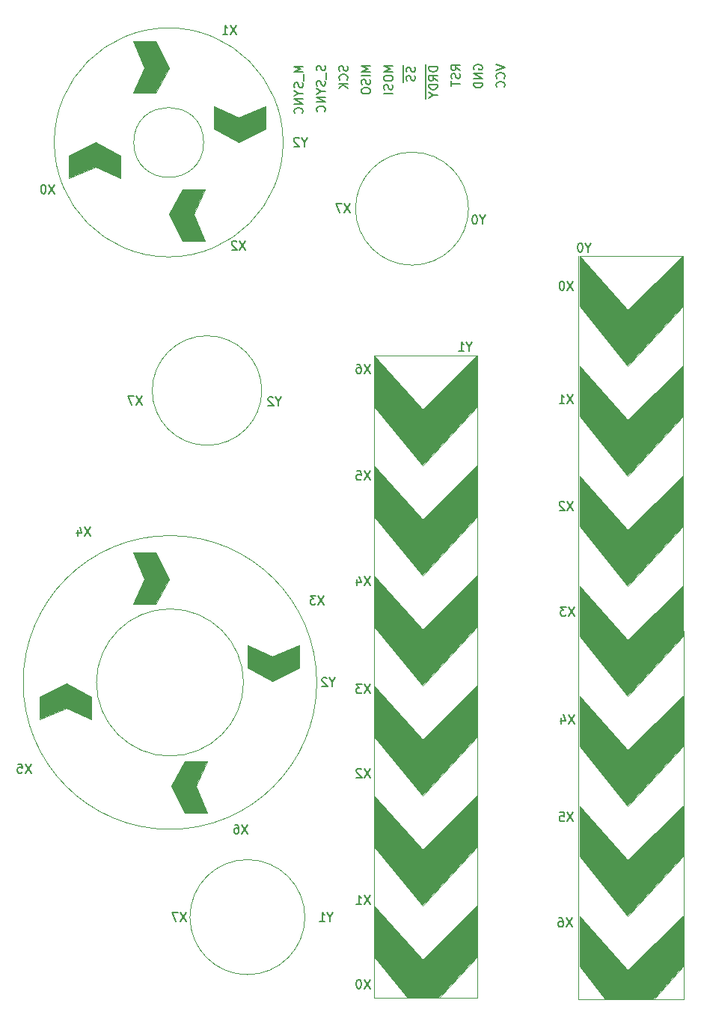
<source format=gbr>
G04 #@! TF.GenerationSoftware,KiCad,Pcbnew,(5.1.2-1)-1*
G04 #@! TF.CreationDate,2022-01-31T21:06:54-05:00*
G04 #@! TF.ProjectId,Capacitive_Touch_Breakout_Board_AT42QT1245-AU,43617061-6369-4746-9976-655f546f7563,rev?*
G04 #@! TF.SameCoordinates,Original*
G04 #@! TF.FileFunction,Legend,Bot*
G04 #@! TF.FilePolarity,Positive*
%FSLAX46Y46*%
G04 Gerber Fmt 4.6, Leading zero omitted, Abs format (unit mm)*
G04 Created by KiCad (PCBNEW (5.1.2-1)-1) date 2022-01-31 21:06:54*
%MOMM*%
%LPD*%
G04 APERTURE LIST*
%ADD10C,0.150000*%
%ADD11C,0.120000*%
%ADD12C,0.100000*%
G04 APERTURE END LIST*
D10*
X144954523Y-140549380D02*
X144287857Y-141549380D01*
X144287857Y-140549380D02*
X144954523Y-141549380D01*
X144002142Y-140549380D02*
X143335476Y-140549380D01*
X143764047Y-141549380D01*
X161258190Y-141073190D02*
X161258190Y-141549380D01*
X161591523Y-140549380D02*
X161258190Y-141073190D01*
X160924857Y-140549380D01*
X160067714Y-141549380D02*
X160639142Y-141549380D01*
X160353428Y-141549380D02*
X160353428Y-140549380D01*
X160448666Y-140692238D01*
X160543904Y-140787476D01*
X160639142Y-140835095D01*
X188642523Y-141184380D02*
X187975857Y-142184380D01*
X187975857Y-141184380D02*
X188642523Y-142184380D01*
X187166333Y-141184380D02*
X187356809Y-141184380D01*
X187452047Y-141232000D01*
X187499666Y-141279619D01*
X187594904Y-141422476D01*
X187642523Y-141612952D01*
X187642523Y-141993904D01*
X187594904Y-142089142D01*
X187547285Y-142136761D01*
X187452047Y-142184380D01*
X187261571Y-142184380D01*
X187166333Y-142136761D01*
X187118714Y-142089142D01*
X187071095Y-141993904D01*
X187071095Y-141755809D01*
X187118714Y-141660571D01*
X187166333Y-141612952D01*
X187261571Y-141565333D01*
X187452047Y-141565333D01*
X187547285Y-141612952D01*
X187594904Y-141660571D01*
X187642523Y-141755809D01*
X188769523Y-129246380D02*
X188102857Y-130246380D01*
X188102857Y-129246380D02*
X188769523Y-130246380D01*
X187245714Y-129246380D02*
X187721904Y-129246380D01*
X187769523Y-129722571D01*
X187721904Y-129674952D01*
X187626666Y-129627333D01*
X187388571Y-129627333D01*
X187293333Y-129674952D01*
X187245714Y-129722571D01*
X187198095Y-129817809D01*
X187198095Y-130055904D01*
X187245714Y-130151142D01*
X187293333Y-130198761D01*
X187388571Y-130246380D01*
X187626666Y-130246380D01*
X187721904Y-130198761D01*
X187769523Y-130151142D01*
X188896523Y-118197380D02*
X188229857Y-119197380D01*
X188229857Y-118197380D02*
X188896523Y-119197380D01*
X187420333Y-118530714D02*
X187420333Y-119197380D01*
X187658428Y-118149761D02*
X187896523Y-118864047D01*
X187277476Y-118864047D01*
X188896523Y-106005380D02*
X188229857Y-107005380D01*
X188229857Y-106005380D02*
X188896523Y-107005380D01*
X187944142Y-106005380D02*
X187325095Y-106005380D01*
X187658428Y-106386333D01*
X187515571Y-106386333D01*
X187420333Y-106433952D01*
X187372714Y-106481571D01*
X187325095Y-106576809D01*
X187325095Y-106814904D01*
X187372714Y-106910142D01*
X187420333Y-106957761D01*
X187515571Y-107005380D01*
X187801285Y-107005380D01*
X187896523Y-106957761D01*
X187944142Y-106910142D01*
X188769523Y-94067380D02*
X188102857Y-95067380D01*
X188102857Y-94067380D02*
X188769523Y-95067380D01*
X187769523Y-94162619D02*
X187721904Y-94115000D01*
X187626666Y-94067380D01*
X187388571Y-94067380D01*
X187293333Y-94115000D01*
X187245714Y-94162619D01*
X187198095Y-94257857D01*
X187198095Y-94353095D01*
X187245714Y-94495952D01*
X187817142Y-95067380D01*
X187198095Y-95067380D01*
X188769523Y-82002380D02*
X188102857Y-83002380D01*
X188102857Y-82002380D02*
X188769523Y-83002380D01*
X187198095Y-83002380D02*
X187769523Y-83002380D01*
X187483809Y-83002380D02*
X187483809Y-82002380D01*
X187579047Y-82145238D01*
X187674285Y-82240476D01*
X187769523Y-82288095D01*
X188769523Y-69175380D02*
X188102857Y-70175380D01*
X188102857Y-69175380D02*
X188769523Y-70175380D01*
X187531428Y-69175380D02*
X187436190Y-69175380D01*
X187340952Y-69223000D01*
X187293333Y-69270619D01*
X187245714Y-69365857D01*
X187198095Y-69556333D01*
X187198095Y-69794428D01*
X187245714Y-69984904D01*
X187293333Y-70080142D01*
X187340952Y-70127761D01*
X187436190Y-70175380D01*
X187531428Y-70175380D01*
X187626666Y-70127761D01*
X187674285Y-70080142D01*
X187721904Y-69984904D01*
X187769523Y-69794428D01*
X187769523Y-69556333D01*
X187721904Y-69365857D01*
X187674285Y-69270619D01*
X187626666Y-69223000D01*
X187531428Y-69175380D01*
X190468190Y-65381190D02*
X190468190Y-65857380D01*
X190801523Y-64857380D02*
X190468190Y-65381190D01*
X190134857Y-64857380D01*
X189611047Y-64857380D02*
X189515809Y-64857380D01*
X189420571Y-64905000D01*
X189372952Y-64952619D01*
X189325333Y-65047857D01*
X189277714Y-65238333D01*
X189277714Y-65476428D01*
X189325333Y-65666904D01*
X189372952Y-65762142D01*
X189420571Y-65809761D01*
X189515809Y-65857380D01*
X189611047Y-65857380D01*
X189706285Y-65809761D01*
X189753904Y-65762142D01*
X189801523Y-65666904D01*
X189849142Y-65476428D01*
X189849142Y-65238333D01*
X189801523Y-65047857D01*
X189753904Y-64952619D01*
X189706285Y-64905000D01*
X189611047Y-64857380D01*
X177006190Y-76557190D02*
X177006190Y-77033380D01*
X177339523Y-76033380D02*
X177006190Y-76557190D01*
X176672857Y-76033380D01*
X175815714Y-77033380D02*
X176387142Y-77033380D01*
X176101428Y-77033380D02*
X176101428Y-76033380D01*
X176196666Y-76176238D01*
X176291904Y-76271476D01*
X176387142Y-76319095D01*
X165782523Y-148169380D02*
X165115857Y-149169380D01*
X165115857Y-148169380D02*
X165782523Y-149169380D01*
X164544428Y-148169380D02*
X164449190Y-148169380D01*
X164353952Y-148217000D01*
X164306333Y-148264619D01*
X164258714Y-148359857D01*
X164211095Y-148550333D01*
X164211095Y-148788428D01*
X164258714Y-148978904D01*
X164306333Y-149074142D01*
X164353952Y-149121761D01*
X164449190Y-149169380D01*
X164544428Y-149169380D01*
X164639666Y-149121761D01*
X164687285Y-149074142D01*
X164734904Y-148978904D01*
X164782523Y-148788428D01*
X164782523Y-148550333D01*
X164734904Y-148359857D01*
X164687285Y-148264619D01*
X164639666Y-148217000D01*
X164544428Y-148169380D01*
X165782523Y-138644380D02*
X165115857Y-139644380D01*
X165115857Y-138644380D02*
X165782523Y-139644380D01*
X164211095Y-139644380D02*
X164782523Y-139644380D01*
X164496809Y-139644380D02*
X164496809Y-138644380D01*
X164592047Y-138787238D01*
X164687285Y-138882476D01*
X164782523Y-138930095D01*
X165782523Y-124293380D02*
X165115857Y-125293380D01*
X165115857Y-124293380D02*
X165782523Y-125293380D01*
X164782523Y-124388619D02*
X164734904Y-124341000D01*
X164639666Y-124293380D01*
X164401571Y-124293380D01*
X164306333Y-124341000D01*
X164258714Y-124388619D01*
X164211095Y-124483857D01*
X164211095Y-124579095D01*
X164258714Y-124721952D01*
X164830142Y-125293380D01*
X164211095Y-125293380D01*
X165782523Y-114768380D02*
X165115857Y-115768380D01*
X165115857Y-114768380D02*
X165782523Y-115768380D01*
X164830142Y-114768380D02*
X164211095Y-114768380D01*
X164544428Y-115149333D01*
X164401571Y-115149333D01*
X164306333Y-115196952D01*
X164258714Y-115244571D01*
X164211095Y-115339809D01*
X164211095Y-115577904D01*
X164258714Y-115673142D01*
X164306333Y-115720761D01*
X164401571Y-115768380D01*
X164687285Y-115768380D01*
X164782523Y-115720761D01*
X164830142Y-115673142D01*
X165782523Y-102576380D02*
X165115857Y-103576380D01*
X165115857Y-102576380D02*
X165782523Y-103576380D01*
X164306333Y-102909714D02*
X164306333Y-103576380D01*
X164544428Y-102528761D02*
X164782523Y-103243047D01*
X164163476Y-103243047D01*
X165782523Y-90638380D02*
X165115857Y-91638380D01*
X165115857Y-90638380D02*
X165782523Y-91638380D01*
X164258714Y-90638380D02*
X164734904Y-90638380D01*
X164782523Y-91114571D01*
X164734904Y-91066952D01*
X164639666Y-91019333D01*
X164401571Y-91019333D01*
X164306333Y-91066952D01*
X164258714Y-91114571D01*
X164211095Y-91209809D01*
X164211095Y-91447904D01*
X164258714Y-91543142D01*
X164306333Y-91590761D01*
X164401571Y-91638380D01*
X164639666Y-91638380D01*
X164734904Y-91590761D01*
X164782523Y-91543142D01*
X165782523Y-78573380D02*
X165115857Y-79573380D01*
X165115857Y-78573380D02*
X165782523Y-79573380D01*
X164306333Y-78573380D02*
X164496809Y-78573380D01*
X164592047Y-78621000D01*
X164639666Y-78668619D01*
X164734904Y-78811476D01*
X164782523Y-79001952D01*
X164782523Y-79382904D01*
X164734904Y-79478142D01*
X164687285Y-79525761D01*
X164592047Y-79573380D01*
X164401571Y-79573380D01*
X164306333Y-79525761D01*
X164258714Y-79478142D01*
X164211095Y-79382904D01*
X164211095Y-79144809D01*
X164258714Y-79049571D01*
X164306333Y-79001952D01*
X164401571Y-78954333D01*
X164592047Y-78954333D01*
X164687285Y-79001952D01*
X164734904Y-79049571D01*
X164782523Y-79144809D01*
X161512190Y-114530190D02*
X161512190Y-115006380D01*
X161845523Y-114006380D02*
X161512190Y-114530190D01*
X161178857Y-114006380D01*
X160893142Y-114101619D02*
X160845523Y-114054000D01*
X160750285Y-114006380D01*
X160512190Y-114006380D01*
X160416952Y-114054000D01*
X160369333Y-114101619D01*
X160321714Y-114196857D01*
X160321714Y-114292095D01*
X160369333Y-114434952D01*
X160940761Y-115006380D01*
X160321714Y-115006380D01*
X160575523Y-104735380D02*
X159908857Y-105735380D01*
X159908857Y-104735380D02*
X160575523Y-105735380D01*
X159623142Y-104735380D02*
X159004095Y-104735380D01*
X159337428Y-105116333D01*
X159194571Y-105116333D01*
X159099333Y-105163952D01*
X159051714Y-105211571D01*
X159004095Y-105306809D01*
X159004095Y-105544904D01*
X159051714Y-105640142D01*
X159099333Y-105687761D01*
X159194571Y-105735380D01*
X159480285Y-105735380D01*
X159575523Y-105687761D01*
X159623142Y-105640142D01*
X134159523Y-96988380D02*
X133492857Y-97988380D01*
X133492857Y-96988380D02*
X134159523Y-97988380D01*
X132683333Y-97321714D02*
X132683333Y-97988380D01*
X132921428Y-96940761D02*
X133159523Y-97655047D01*
X132540476Y-97655047D01*
X127428523Y-123785380D02*
X126761857Y-124785380D01*
X126761857Y-123785380D02*
X127428523Y-124785380D01*
X125904714Y-123785380D02*
X126380904Y-123785380D01*
X126428523Y-124261571D01*
X126380904Y-124213952D01*
X126285666Y-124166333D01*
X126047571Y-124166333D01*
X125952333Y-124213952D01*
X125904714Y-124261571D01*
X125857095Y-124356809D01*
X125857095Y-124594904D01*
X125904714Y-124690142D01*
X125952333Y-124737761D01*
X126047571Y-124785380D01*
X126285666Y-124785380D01*
X126380904Y-124737761D01*
X126428523Y-124690142D01*
X151939523Y-130643380D02*
X151272857Y-131643380D01*
X151272857Y-130643380D02*
X151939523Y-131643380D01*
X150463333Y-130643380D02*
X150653809Y-130643380D01*
X150749047Y-130691000D01*
X150796666Y-130738619D01*
X150891904Y-130881476D01*
X150939523Y-131071952D01*
X150939523Y-131452904D01*
X150891904Y-131548142D01*
X150844285Y-131595761D01*
X150749047Y-131643380D01*
X150558571Y-131643380D01*
X150463333Y-131595761D01*
X150415714Y-131548142D01*
X150368095Y-131452904D01*
X150368095Y-131214809D01*
X150415714Y-131119571D01*
X150463333Y-131071952D01*
X150558571Y-131024333D01*
X150749047Y-131024333D01*
X150844285Y-131071952D01*
X150891904Y-131119571D01*
X150939523Y-131214809D01*
X155416190Y-82780190D02*
X155416190Y-83256380D01*
X155749523Y-82256380D02*
X155416190Y-82780190D01*
X155082857Y-82256380D01*
X154797142Y-82351619D02*
X154749523Y-82304000D01*
X154654285Y-82256380D01*
X154416190Y-82256380D01*
X154320952Y-82304000D01*
X154273333Y-82351619D01*
X154225714Y-82446857D01*
X154225714Y-82542095D01*
X154273333Y-82684952D01*
X154844761Y-83256380D01*
X154225714Y-83256380D01*
X140001523Y-82129380D02*
X139334857Y-83129380D01*
X139334857Y-82129380D02*
X140001523Y-83129380D01*
X139049142Y-82129380D02*
X138382476Y-82129380D01*
X138811047Y-83129380D01*
X178530190Y-62206190D02*
X178530190Y-62682380D01*
X178863523Y-61682380D02*
X178530190Y-62206190D01*
X178196857Y-61682380D01*
X177673047Y-61682380D02*
X177577809Y-61682380D01*
X177482571Y-61730000D01*
X177434952Y-61777619D01*
X177387333Y-61872857D01*
X177339714Y-62063333D01*
X177339714Y-62301428D01*
X177387333Y-62491904D01*
X177434952Y-62587142D01*
X177482571Y-62634761D01*
X177577809Y-62682380D01*
X177673047Y-62682380D01*
X177768285Y-62634761D01*
X177815904Y-62587142D01*
X177863523Y-62491904D01*
X177911142Y-62301428D01*
X177911142Y-62063333D01*
X177863523Y-61872857D01*
X177815904Y-61777619D01*
X177768285Y-61730000D01*
X177673047Y-61682380D01*
X163496523Y-60412380D02*
X162829857Y-61412380D01*
X162829857Y-60412380D02*
X163496523Y-61412380D01*
X162544142Y-60412380D02*
X161877476Y-60412380D01*
X162306047Y-61412380D01*
X150669523Y-40219380D02*
X150002857Y-41219380D01*
X150002857Y-40219380D02*
X150669523Y-41219380D01*
X149098095Y-41219380D02*
X149669523Y-41219380D01*
X149383809Y-41219380D02*
X149383809Y-40219380D01*
X149479047Y-40362238D01*
X149574285Y-40457476D01*
X149669523Y-40505095D01*
X130095523Y-58253380D02*
X129428857Y-59253380D01*
X129428857Y-58253380D02*
X130095523Y-59253380D01*
X128857428Y-58253380D02*
X128762190Y-58253380D01*
X128666952Y-58301000D01*
X128619333Y-58348619D01*
X128571714Y-58443857D01*
X128524095Y-58634333D01*
X128524095Y-58872428D01*
X128571714Y-59062904D01*
X128619333Y-59158142D01*
X128666952Y-59205761D01*
X128762190Y-59253380D01*
X128857428Y-59253380D01*
X128952666Y-59205761D01*
X129000285Y-59158142D01*
X129047904Y-59062904D01*
X129095523Y-58872428D01*
X129095523Y-58634333D01*
X129047904Y-58443857D01*
X129000285Y-58348619D01*
X128952666Y-58301000D01*
X128857428Y-58253380D01*
X151685523Y-64603380D02*
X151018857Y-65603380D01*
X151018857Y-64603380D02*
X151685523Y-65603380D01*
X150685523Y-64698619D02*
X150637904Y-64651000D01*
X150542666Y-64603380D01*
X150304571Y-64603380D01*
X150209333Y-64651000D01*
X150161714Y-64698619D01*
X150114095Y-64793857D01*
X150114095Y-64889095D01*
X150161714Y-65031952D01*
X150733142Y-65603380D01*
X150114095Y-65603380D01*
X158337190Y-53443190D02*
X158337190Y-53919380D01*
X158670523Y-52919380D02*
X158337190Y-53443190D01*
X158003857Y-52919380D01*
X157718142Y-53014619D02*
X157670523Y-52967000D01*
X157575285Y-52919380D01*
X157337190Y-52919380D01*
X157241952Y-52967000D01*
X157194333Y-53014619D01*
X157146714Y-53109857D01*
X157146714Y-53205095D01*
X157194333Y-53347952D01*
X157765761Y-53919380D01*
X157146714Y-53919380D01*
D11*
X189357000Y-150368000D02*
X189357000Y-66294000D01*
X201295000Y-150368000D02*
X189357000Y-150368000D01*
X201168000Y-66294000D02*
X201295000Y-150368000D01*
X189484000Y-66294000D02*
X201168000Y-66294000D01*
X166243000Y-150241000D02*
X166243000Y-77597000D01*
X177927000Y-150241000D02*
X166243000Y-150241000D01*
X177927000Y-77724000D02*
X177927000Y-150241000D01*
X166243000Y-77597000D02*
X177927000Y-77597000D01*
X155933532Y-53467000D02*
G75*
G03X155933532Y-53467000I-12949924J0D01*
G01*
X146939001Y-53467000D02*
G75*
G03X146939001Y-53467000I-3955393J0D01*
G01*
X159740775Y-114554000D02*
G75*
G03X159740775Y-114554000I-16611775J0D01*
G01*
X151449196Y-114554000D02*
G75*
G03X151449196Y-114554000I-8320196J0D01*
G01*
D12*
G36*
X143002000Y-102870000D02*
G01*
X141478000Y-105664000D01*
X138938000Y-105664000D01*
X140208000Y-102870000D01*
X138938000Y-99822000D01*
X141478000Y-99822000D01*
X143002000Y-102870000D01*
G37*
X143002000Y-102870000D02*
X141478000Y-105664000D01*
X138938000Y-105664000D01*
X140208000Y-102870000D01*
X138938000Y-99822000D01*
X141478000Y-99822000D01*
X143002000Y-102870000D01*
G36*
X146050000Y-126238000D02*
G01*
X147320000Y-129286000D01*
X144780000Y-129286000D01*
X143256000Y-126238000D01*
X144780000Y-123444000D01*
X147320000Y-123444000D01*
X146050000Y-126238000D01*
G37*
X146050000Y-126238000D02*
X147320000Y-129286000D01*
X144780000Y-129286000D01*
X143256000Y-126238000D01*
X144780000Y-123444000D01*
X147320000Y-123444000D01*
X146050000Y-126238000D01*
G36*
X157734000Y-112903000D02*
G01*
X154686000Y-114427000D01*
X151892000Y-112903000D01*
X151892000Y-110363000D01*
X154686000Y-111633000D01*
X157734000Y-110363000D01*
X157734000Y-112903000D01*
G37*
X157734000Y-112903000D02*
X154686000Y-114427000D01*
X151892000Y-112903000D01*
X151892000Y-110363000D01*
X154686000Y-111633000D01*
X157734000Y-110363000D01*
X157734000Y-112903000D01*
G36*
X134239000Y-116205000D02*
G01*
X134239000Y-118745000D01*
X131445000Y-117475000D01*
X128397000Y-118745000D01*
X128397000Y-116205000D01*
X131445000Y-114681000D01*
X134239000Y-116205000D01*
G37*
X134239000Y-116205000D02*
X134239000Y-118745000D01*
X131445000Y-117475000D01*
X128397000Y-118745000D01*
X128397000Y-116205000D01*
X131445000Y-114681000D01*
X134239000Y-116205000D01*
G36*
X143002000Y-45085000D02*
G01*
X141478000Y-47879000D01*
X138938000Y-47879000D01*
X140208000Y-45085000D01*
X138938000Y-42037000D01*
X141478000Y-42037000D01*
X143002000Y-45085000D01*
G37*
X143002000Y-45085000D02*
X141478000Y-47879000D01*
X138938000Y-47879000D01*
X140208000Y-45085000D01*
X138938000Y-42037000D01*
X141478000Y-42037000D01*
X143002000Y-45085000D01*
G36*
X153924000Y-51943000D02*
G01*
X150876000Y-53467000D01*
X148082000Y-51943000D01*
X148082000Y-49403000D01*
X150876000Y-50673000D01*
X153924000Y-49403000D01*
X153924000Y-51943000D01*
G37*
X153924000Y-51943000D02*
X150876000Y-53467000D01*
X148082000Y-51943000D01*
X148082000Y-49403000D01*
X150876000Y-50673000D01*
X153924000Y-49403000D01*
X153924000Y-51943000D01*
G36*
X145796000Y-61595000D02*
G01*
X147066000Y-64643000D01*
X144526000Y-64643000D01*
X143002000Y-61595000D01*
X144526000Y-58801000D01*
X147066000Y-58801000D01*
X145796000Y-61595000D01*
G37*
X145796000Y-61595000D02*
X147066000Y-64643000D01*
X144526000Y-64643000D01*
X143002000Y-61595000D01*
X144526000Y-58801000D01*
X147066000Y-58801000D01*
X145796000Y-61595000D01*
G36*
X137541000Y-54991000D02*
G01*
X137541000Y-57531000D01*
X134747000Y-56261000D01*
X131699000Y-57531000D01*
X131699000Y-54991000D01*
X134747000Y-53467000D01*
X137541000Y-54991000D01*
G37*
X137541000Y-54991000D02*
X137541000Y-57531000D01*
X134747000Y-56261000D01*
X131699000Y-57531000D01*
X131699000Y-54991000D01*
X134747000Y-53467000D01*
X137541000Y-54991000D01*
G36*
X201168000Y-146685000D02*
G01*
X197866000Y-150368000D01*
X192405000Y-150368000D01*
X189484000Y-146685000D01*
X189484000Y-140970000D01*
X194945000Y-147066000D01*
X201168000Y-140970000D01*
X201168000Y-146685000D01*
G37*
X201168000Y-146685000D02*
X197866000Y-150368000D01*
X192405000Y-150368000D01*
X189484000Y-146685000D01*
X189484000Y-140970000D01*
X194945000Y-147066000D01*
X201168000Y-140970000D01*
X201168000Y-146685000D01*
G36*
X177927000Y-145542000D02*
G01*
X173609000Y-150241000D01*
X169926000Y-150114000D01*
X166243000Y-145542000D01*
X166243000Y-139827000D01*
X171704000Y-145923000D01*
X177927000Y-139827000D01*
X177927000Y-145542000D01*
G37*
X177927000Y-145542000D02*
X173609000Y-150241000D01*
X169926000Y-150114000D01*
X166243000Y-145542000D01*
X166243000Y-139827000D01*
X171704000Y-145923000D01*
X177927000Y-139827000D01*
X177927000Y-145542000D01*
G36*
X201168000Y-134239000D02*
G01*
X194945000Y-140970000D01*
X189484000Y-134239000D01*
X189484000Y-128524000D01*
X194945000Y-134620000D01*
X201168000Y-128524000D01*
X201168000Y-134239000D01*
G37*
X201168000Y-134239000D02*
X194945000Y-140970000D01*
X189484000Y-134239000D01*
X189484000Y-128524000D01*
X194945000Y-134620000D01*
X201168000Y-128524000D01*
X201168000Y-134239000D01*
G36*
X201168000Y-121793000D02*
G01*
X194945000Y-128524000D01*
X189484000Y-121793000D01*
X189484000Y-116078000D01*
X194945000Y-122174000D01*
X201168000Y-116078000D01*
X201168000Y-121793000D01*
G37*
X201168000Y-121793000D02*
X194945000Y-128524000D01*
X189484000Y-121793000D01*
X189484000Y-116078000D01*
X194945000Y-122174000D01*
X201168000Y-116078000D01*
X201168000Y-121793000D01*
G36*
X201168000Y-109347000D02*
G01*
X194945000Y-116078000D01*
X189484000Y-109347000D01*
X189484000Y-103632000D01*
X194945000Y-109728000D01*
X201168000Y-103632000D01*
X201168000Y-109347000D01*
G37*
X201168000Y-109347000D02*
X194945000Y-116078000D01*
X189484000Y-109347000D01*
X189484000Y-103632000D01*
X194945000Y-109728000D01*
X201168000Y-103632000D01*
X201168000Y-109347000D01*
G36*
X201168000Y-96901000D02*
G01*
X194945000Y-103632000D01*
X189484000Y-96901000D01*
X189484000Y-91186000D01*
X194945000Y-97282000D01*
X201168000Y-91186000D01*
X201168000Y-96901000D01*
G37*
X201168000Y-96901000D02*
X194945000Y-103632000D01*
X189484000Y-96901000D01*
X189484000Y-91186000D01*
X194945000Y-97282000D01*
X201168000Y-91186000D01*
X201168000Y-96901000D01*
G36*
X201168000Y-84455000D02*
G01*
X194945000Y-91186000D01*
X189484000Y-84455000D01*
X189484000Y-78740000D01*
X194945000Y-84836000D01*
X201168000Y-78740000D01*
X201168000Y-84455000D01*
G37*
X201168000Y-84455000D02*
X194945000Y-91186000D01*
X189484000Y-84455000D01*
X189484000Y-78740000D01*
X194945000Y-84836000D01*
X201168000Y-78740000D01*
X201168000Y-84455000D01*
G36*
X201168000Y-72009000D02*
G01*
X194945000Y-78740000D01*
X189484000Y-72009000D01*
X189484000Y-66294000D01*
X194945000Y-72390000D01*
X201168000Y-66294000D01*
X201168000Y-72009000D01*
G37*
X201168000Y-72009000D02*
X194945000Y-78740000D01*
X189484000Y-72009000D01*
X189484000Y-66294000D01*
X194945000Y-72390000D01*
X201168000Y-66294000D01*
X201168000Y-72009000D01*
G36*
X177927000Y-133096000D02*
G01*
X171704000Y-139827000D01*
X166243000Y-133096000D01*
X166243000Y-127381000D01*
X171704000Y-133477000D01*
X177927000Y-127381000D01*
X177927000Y-133096000D01*
G37*
X177927000Y-133096000D02*
X171704000Y-139827000D01*
X166243000Y-133096000D01*
X166243000Y-127381000D01*
X171704000Y-133477000D01*
X177927000Y-127381000D01*
X177927000Y-133096000D01*
G36*
X177927000Y-120650000D02*
G01*
X171704000Y-127381000D01*
X166243000Y-120650000D01*
X166243000Y-114935000D01*
X171704000Y-121031000D01*
X177927000Y-114935000D01*
X177927000Y-120650000D01*
G37*
X177927000Y-120650000D02*
X171704000Y-127381000D01*
X166243000Y-120650000D01*
X166243000Y-114935000D01*
X171704000Y-121031000D01*
X177927000Y-114935000D01*
X177927000Y-120650000D01*
G36*
X177927000Y-108204000D02*
G01*
X171704000Y-114935000D01*
X166243000Y-108204000D01*
X166243000Y-102489000D01*
X171704000Y-108585000D01*
X177927000Y-102489000D01*
X177927000Y-108204000D01*
G37*
X177927000Y-108204000D02*
X171704000Y-114935000D01*
X166243000Y-108204000D01*
X166243000Y-102489000D01*
X171704000Y-108585000D01*
X177927000Y-102489000D01*
X177927000Y-108204000D01*
G36*
X177927000Y-95758000D02*
G01*
X171704000Y-102489000D01*
X166243000Y-95758000D01*
X166243000Y-90043000D01*
X171704000Y-96139000D01*
X177927000Y-90043000D01*
X177927000Y-95758000D01*
G37*
X177927000Y-95758000D02*
X171704000Y-102489000D01*
X166243000Y-95758000D01*
X166243000Y-90043000D01*
X171704000Y-96139000D01*
X177927000Y-90043000D01*
X177927000Y-95758000D01*
G36*
X177927000Y-83312000D02*
G01*
X171704000Y-90043000D01*
X166243000Y-83312000D01*
X166243000Y-77597000D01*
X171704000Y-83693000D01*
X177927000Y-77597000D01*
X177927000Y-83312000D01*
G37*
X177927000Y-83312000D02*
X171704000Y-90043000D01*
X166243000Y-83312000D01*
X166243000Y-77597000D01*
X171704000Y-83693000D01*
X177927000Y-77597000D01*
X177927000Y-83312000D01*
D11*
X158397574Y-141097000D02*
G75*
G03X158397574Y-141097000I-6505574J0D01*
G01*
X153517027Y-81534000D02*
G75*
G03X153517027Y-81534000I-6197027J0D01*
G01*
X176911001Y-60960000D02*
G75*
G03X176911001Y-60960000I-6391773J0D01*
G01*
D10*
X180046380Y-44640666D02*
X181046380Y-44974000D01*
X180046380Y-45307333D01*
X180951142Y-46212095D02*
X180998761Y-46164476D01*
X181046380Y-46021619D01*
X181046380Y-45926380D01*
X180998761Y-45783523D01*
X180903523Y-45688285D01*
X180808285Y-45640666D01*
X180617809Y-45593047D01*
X180474952Y-45593047D01*
X180284476Y-45640666D01*
X180189238Y-45688285D01*
X180094000Y-45783523D01*
X180046380Y-45926380D01*
X180046380Y-46021619D01*
X180094000Y-46164476D01*
X180141619Y-46212095D01*
X180951142Y-47212095D02*
X180998761Y-47164476D01*
X181046380Y-47021619D01*
X181046380Y-46926380D01*
X180998761Y-46783523D01*
X180903523Y-46688285D01*
X180808285Y-46640666D01*
X180617809Y-46593047D01*
X180474952Y-46593047D01*
X180284476Y-46640666D01*
X180189238Y-46688285D01*
X180094000Y-46783523D01*
X180046380Y-46926380D01*
X180046380Y-47021619D01*
X180094000Y-47164476D01*
X180141619Y-47212095D01*
X177554000Y-45212095D02*
X177506380Y-45116857D01*
X177506380Y-44974000D01*
X177554000Y-44831142D01*
X177649238Y-44735904D01*
X177744476Y-44688285D01*
X177934952Y-44640666D01*
X178077809Y-44640666D01*
X178268285Y-44688285D01*
X178363523Y-44735904D01*
X178458761Y-44831142D01*
X178506380Y-44974000D01*
X178506380Y-45069238D01*
X178458761Y-45212095D01*
X178411142Y-45259714D01*
X178077809Y-45259714D01*
X178077809Y-45069238D01*
X178506380Y-45688285D02*
X177506380Y-45688285D01*
X178506380Y-46259714D01*
X177506380Y-46259714D01*
X178506380Y-46735904D02*
X177506380Y-46735904D01*
X177506380Y-46974000D01*
X177554000Y-47116857D01*
X177649238Y-47212095D01*
X177744476Y-47259714D01*
X177934952Y-47307333D01*
X178077809Y-47307333D01*
X178268285Y-47259714D01*
X178363523Y-47212095D01*
X178458761Y-47116857D01*
X178506380Y-46974000D01*
X178506380Y-46735904D01*
X175966380Y-45299380D02*
X175490190Y-44966047D01*
X175966380Y-44727952D02*
X174966380Y-44727952D01*
X174966380Y-45108904D01*
X175014000Y-45204142D01*
X175061619Y-45251761D01*
X175156857Y-45299380D01*
X175299714Y-45299380D01*
X175394952Y-45251761D01*
X175442571Y-45204142D01*
X175490190Y-45108904D01*
X175490190Y-44727952D01*
X175918761Y-45680333D02*
X175966380Y-45823190D01*
X175966380Y-46061285D01*
X175918761Y-46156523D01*
X175871142Y-46204142D01*
X175775904Y-46251761D01*
X175680666Y-46251761D01*
X175585428Y-46204142D01*
X175537809Y-46156523D01*
X175490190Y-46061285D01*
X175442571Y-45870809D01*
X175394952Y-45775571D01*
X175347333Y-45727952D01*
X175252095Y-45680333D01*
X175156857Y-45680333D01*
X175061619Y-45727952D01*
X175014000Y-45775571D01*
X174966380Y-45870809D01*
X174966380Y-46108904D01*
X175014000Y-46251761D01*
X174966380Y-46537476D02*
X174966380Y-47108904D01*
X175966380Y-46823190D02*
X174966380Y-46823190D01*
X172059000Y-44680428D02*
X172059000Y-45680428D01*
X173426380Y-44918523D02*
X172426380Y-44918523D01*
X172426380Y-45156619D01*
X172474000Y-45299476D01*
X172569238Y-45394714D01*
X172664476Y-45442333D01*
X172854952Y-45489952D01*
X172997809Y-45489952D01*
X173188285Y-45442333D01*
X173283523Y-45394714D01*
X173378761Y-45299476D01*
X173426380Y-45156619D01*
X173426380Y-44918523D01*
X172059000Y-45680428D02*
X172059000Y-46680428D01*
X173426380Y-46489952D02*
X172950190Y-46156619D01*
X173426380Y-45918523D02*
X172426380Y-45918523D01*
X172426380Y-46299476D01*
X172474000Y-46394714D01*
X172521619Y-46442333D01*
X172616857Y-46489952D01*
X172759714Y-46489952D01*
X172854952Y-46442333D01*
X172902571Y-46394714D01*
X172950190Y-46299476D01*
X172950190Y-45918523D01*
X172059000Y-46680428D02*
X172059000Y-47680428D01*
X173426380Y-46918523D02*
X172426380Y-46918523D01*
X172426380Y-47156619D01*
X172474000Y-47299476D01*
X172569238Y-47394714D01*
X172664476Y-47442333D01*
X172854952Y-47489952D01*
X172997809Y-47489952D01*
X173188285Y-47442333D01*
X173283523Y-47394714D01*
X173378761Y-47299476D01*
X173426380Y-47156619D01*
X173426380Y-46918523D01*
X172059000Y-47680428D02*
X172059000Y-48537571D01*
X172950190Y-48109000D02*
X173426380Y-48109000D01*
X172426380Y-47775666D02*
X172950190Y-48109000D01*
X172426380Y-48442333D01*
X169519000Y-44767619D02*
X169519000Y-45720000D01*
X170838761Y-44958095D02*
X170886380Y-45100952D01*
X170886380Y-45339047D01*
X170838761Y-45434285D01*
X170791142Y-45481904D01*
X170695904Y-45529523D01*
X170600666Y-45529523D01*
X170505428Y-45481904D01*
X170457809Y-45434285D01*
X170410190Y-45339047D01*
X170362571Y-45148571D01*
X170314952Y-45053333D01*
X170267333Y-45005714D01*
X170172095Y-44958095D01*
X170076857Y-44958095D01*
X169981619Y-45005714D01*
X169934000Y-45053333D01*
X169886380Y-45148571D01*
X169886380Y-45386666D01*
X169934000Y-45529523D01*
X169519000Y-45720000D02*
X169519000Y-46672380D01*
X170838761Y-45910476D02*
X170886380Y-46053333D01*
X170886380Y-46291428D01*
X170838761Y-46386666D01*
X170791142Y-46434285D01*
X170695904Y-46481904D01*
X170600666Y-46481904D01*
X170505428Y-46434285D01*
X170457809Y-46386666D01*
X170410190Y-46291428D01*
X170362571Y-46100952D01*
X170314952Y-46005714D01*
X170267333Y-45958095D01*
X170172095Y-45910476D01*
X170076857Y-45910476D01*
X169981619Y-45958095D01*
X169934000Y-46005714D01*
X169886380Y-46100952D01*
X169886380Y-46339047D01*
X169934000Y-46481904D01*
X168346380Y-44783571D02*
X167346380Y-44783571D01*
X168060666Y-45116904D01*
X167346380Y-45450238D01*
X168346380Y-45450238D01*
X167346380Y-46116904D02*
X167346380Y-46307380D01*
X167394000Y-46402619D01*
X167489238Y-46497857D01*
X167679714Y-46545476D01*
X168013047Y-46545476D01*
X168203523Y-46497857D01*
X168298761Y-46402619D01*
X168346380Y-46307380D01*
X168346380Y-46116904D01*
X168298761Y-46021666D01*
X168203523Y-45926428D01*
X168013047Y-45878809D01*
X167679714Y-45878809D01*
X167489238Y-45926428D01*
X167394000Y-46021666D01*
X167346380Y-46116904D01*
X168298761Y-46926428D02*
X168346380Y-47069285D01*
X168346380Y-47307380D01*
X168298761Y-47402619D01*
X168251142Y-47450238D01*
X168155904Y-47497857D01*
X168060666Y-47497857D01*
X167965428Y-47450238D01*
X167917809Y-47402619D01*
X167870190Y-47307380D01*
X167822571Y-47116904D01*
X167774952Y-47021666D01*
X167727333Y-46974047D01*
X167632095Y-46926428D01*
X167536857Y-46926428D01*
X167441619Y-46974047D01*
X167394000Y-47021666D01*
X167346380Y-47116904D01*
X167346380Y-47355000D01*
X167394000Y-47497857D01*
X168346380Y-47926428D02*
X167346380Y-47926428D01*
X165806380Y-44783571D02*
X164806380Y-44783571D01*
X165520666Y-45116904D01*
X164806380Y-45450238D01*
X165806380Y-45450238D01*
X165806380Y-45926428D02*
X164806380Y-45926428D01*
X165758761Y-46355000D02*
X165806380Y-46497857D01*
X165806380Y-46735952D01*
X165758761Y-46831190D01*
X165711142Y-46878809D01*
X165615904Y-46926428D01*
X165520666Y-46926428D01*
X165425428Y-46878809D01*
X165377809Y-46831190D01*
X165330190Y-46735952D01*
X165282571Y-46545476D01*
X165234952Y-46450238D01*
X165187333Y-46402619D01*
X165092095Y-46355000D01*
X164996857Y-46355000D01*
X164901619Y-46402619D01*
X164854000Y-46450238D01*
X164806380Y-46545476D01*
X164806380Y-46783571D01*
X164854000Y-46926428D01*
X164806380Y-47545476D02*
X164806380Y-47735952D01*
X164854000Y-47831190D01*
X164949238Y-47926428D01*
X165139714Y-47974047D01*
X165473047Y-47974047D01*
X165663523Y-47926428D01*
X165758761Y-47831190D01*
X165806380Y-47735952D01*
X165806380Y-47545476D01*
X165758761Y-47450238D01*
X165663523Y-47355000D01*
X165473047Y-47307380D01*
X165139714Y-47307380D01*
X164949238Y-47355000D01*
X164854000Y-47450238D01*
X164806380Y-47545476D01*
X163218761Y-44815285D02*
X163266380Y-44958142D01*
X163266380Y-45196238D01*
X163218761Y-45291476D01*
X163171142Y-45339095D01*
X163075904Y-45386714D01*
X162980666Y-45386714D01*
X162885428Y-45339095D01*
X162837809Y-45291476D01*
X162790190Y-45196238D01*
X162742571Y-45005761D01*
X162694952Y-44910523D01*
X162647333Y-44862904D01*
X162552095Y-44815285D01*
X162456857Y-44815285D01*
X162361619Y-44862904D01*
X162314000Y-44910523D01*
X162266380Y-45005761D01*
X162266380Y-45243857D01*
X162314000Y-45386714D01*
X163171142Y-46386714D02*
X163218761Y-46339095D01*
X163266380Y-46196238D01*
X163266380Y-46101000D01*
X163218761Y-45958142D01*
X163123523Y-45862904D01*
X163028285Y-45815285D01*
X162837809Y-45767666D01*
X162694952Y-45767666D01*
X162504476Y-45815285D01*
X162409238Y-45862904D01*
X162314000Y-45958142D01*
X162266380Y-46101000D01*
X162266380Y-46196238D01*
X162314000Y-46339095D01*
X162361619Y-46386714D01*
X163266380Y-46815285D02*
X162266380Y-46815285D01*
X163266380Y-47386714D02*
X162694952Y-46958142D01*
X162266380Y-47386714D02*
X162837809Y-46815285D01*
X160678761Y-44775761D02*
X160726380Y-44918619D01*
X160726380Y-45156714D01*
X160678761Y-45251952D01*
X160631142Y-45299571D01*
X160535904Y-45347190D01*
X160440666Y-45347190D01*
X160345428Y-45299571D01*
X160297809Y-45251952D01*
X160250190Y-45156714D01*
X160202571Y-44966238D01*
X160154952Y-44871000D01*
X160107333Y-44823380D01*
X160012095Y-44775761D01*
X159916857Y-44775761D01*
X159821619Y-44823380D01*
X159774000Y-44871000D01*
X159726380Y-44966238D01*
X159726380Y-45204333D01*
X159774000Y-45347190D01*
X160821619Y-45537666D02*
X160821619Y-46299571D01*
X160678761Y-46490047D02*
X160726380Y-46632904D01*
X160726380Y-46871000D01*
X160678761Y-46966238D01*
X160631142Y-47013857D01*
X160535904Y-47061476D01*
X160440666Y-47061476D01*
X160345428Y-47013857D01*
X160297809Y-46966238D01*
X160250190Y-46871000D01*
X160202571Y-46680523D01*
X160154952Y-46585285D01*
X160107333Y-46537666D01*
X160012095Y-46490047D01*
X159916857Y-46490047D01*
X159821619Y-46537666D01*
X159774000Y-46585285D01*
X159726380Y-46680523D01*
X159726380Y-46918619D01*
X159774000Y-47061476D01*
X160250190Y-47680523D02*
X160726380Y-47680523D01*
X159726380Y-47347190D02*
X160250190Y-47680523D01*
X159726380Y-48013857D01*
X160726380Y-48347190D02*
X159726380Y-48347190D01*
X160726380Y-48918619D01*
X159726380Y-48918619D01*
X160631142Y-49966238D02*
X160678761Y-49918619D01*
X160726380Y-49775761D01*
X160726380Y-49680523D01*
X160678761Y-49537666D01*
X160583523Y-49442428D01*
X160488285Y-49394809D01*
X160297809Y-49347190D01*
X160154952Y-49347190D01*
X159964476Y-49394809D01*
X159869238Y-49442428D01*
X159774000Y-49537666D01*
X159726380Y-49680523D01*
X159726380Y-49775761D01*
X159774000Y-49918619D01*
X159821619Y-49966238D01*
X158186380Y-44855142D02*
X157186380Y-44855142D01*
X157900666Y-45188476D01*
X157186380Y-45521809D01*
X158186380Y-45521809D01*
X158281619Y-45759904D02*
X158281619Y-46521809D01*
X158138761Y-46712285D02*
X158186380Y-46855142D01*
X158186380Y-47093238D01*
X158138761Y-47188476D01*
X158091142Y-47236095D01*
X157995904Y-47283714D01*
X157900666Y-47283714D01*
X157805428Y-47236095D01*
X157757809Y-47188476D01*
X157710190Y-47093238D01*
X157662571Y-46902761D01*
X157614952Y-46807523D01*
X157567333Y-46759904D01*
X157472095Y-46712285D01*
X157376857Y-46712285D01*
X157281619Y-46759904D01*
X157234000Y-46807523D01*
X157186380Y-46902761D01*
X157186380Y-47140857D01*
X157234000Y-47283714D01*
X157710190Y-47902761D02*
X158186380Y-47902761D01*
X157186380Y-47569428D02*
X157710190Y-47902761D01*
X157186380Y-48236095D01*
X158186380Y-48569428D02*
X157186380Y-48569428D01*
X158186380Y-49140857D01*
X157186380Y-49140857D01*
X158091142Y-50188476D02*
X158138761Y-50140857D01*
X158186380Y-49998000D01*
X158186380Y-49902761D01*
X158138761Y-49759904D01*
X158043523Y-49664666D01*
X157948285Y-49617047D01*
X157757809Y-49569428D01*
X157614952Y-49569428D01*
X157424476Y-49617047D01*
X157329238Y-49664666D01*
X157234000Y-49759904D01*
X157186380Y-49902761D01*
X157186380Y-49998000D01*
X157234000Y-50140857D01*
X157281619Y-50188476D01*
M02*

</source>
